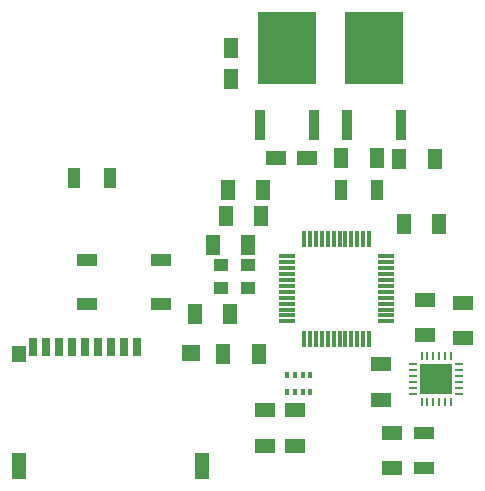
<source format=gtp>
G04*
G04 #@! TF.GenerationSoftware,Altium Limited,Altium Designer,22.8.2 (66)*
G04*
G04 Layer_Color=8421504*
%FSLAX44Y44*%
%MOMM*%
G71*
G04*
G04 #@! TF.SameCoordinates,050CC896-B192-49FC-821C-D45D8B1C7AEE*
G04*
G04*
G04 #@! TF.FilePolarity,Positive*
G04*
G01*
G75*
%ADD15R,0.9500X2.6000*%
%ADD16R,4.9000X6.2000*%
%ADD17R,1.3000X1.1000*%
%ADD18R,1.1500X1.8000*%
%ADD19R,2.7000X2.6000*%
%ADD20R,0.2500X0.8000*%
%ADD21R,0.8000X0.2500*%
%ADD22R,1.8000X1.1500*%
%ADD23R,1.2300X1.8000*%
%ADD24R,1.8000X1.1000*%
%ADD25R,0.7000X1.6000*%
%ADD26R,1.2000X1.4000*%
%ADD27R,1.2000X2.2000*%
%ADD28R,1.6000X1.4000*%
%ADD29R,0.3500X0.5000*%
%ADD30R,1.8000X1.0000*%
%ADD31R,1.0000X1.8000*%
%ADD32R,1.4500X0.3000*%
%ADD33R,0.3000X1.4500*%
%ADD34R,1.8000X1.2300*%
D15*
X786200Y796500D02*
D03*
X831800D02*
D03*
X712200Y797000D02*
D03*
X757800D02*
D03*
D16*
X809000Y861500D02*
D03*
X735000Y862000D02*
D03*
D17*
X679142Y678011D02*
D03*
X702033Y678174D02*
D03*
X679187Y659103D02*
D03*
X702188D02*
D03*
D18*
X834000Y713000D02*
D03*
X864000D02*
D03*
X713000Y720000D02*
D03*
X683000D02*
D03*
X702000Y695000D02*
D03*
X672000D02*
D03*
X711000Y603000D02*
D03*
X681000D02*
D03*
X715000Y742000D02*
D03*
X685000D02*
D03*
X687000Y637000D02*
D03*
X657000D02*
D03*
X830000Y768000D02*
D03*
X860000D02*
D03*
X811000Y769000D02*
D03*
X781000D02*
D03*
D19*
X861500Y581500D02*
D03*
D20*
X874000Y562000D02*
D03*
X869000D02*
D03*
X864000D02*
D03*
X859000D02*
D03*
X854000D02*
D03*
X849000D02*
D03*
Y601000D02*
D03*
X854000D02*
D03*
X859000D02*
D03*
X864000D02*
D03*
X869000D02*
D03*
X874000D02*
D03*
D21*
X842000Y569000D02*
D03*
Y574000D02*
D03*
Y579000D02*
D03*
Y584000D02*
D03*
Y589000D02*
D03*
Y594000D02*
D03*
X881000D02*
D03*
Y589000D02*
D03*
Y584000D02*
D03*
Y579000D02*
D03*
Y574000D02*
D03*
Y569000D02*
D03*
D22*
X815000Y594000D02*
D03*
Y564000D02*
D03*
X824000Y536000D02*
D03*
Y506000D02*
D03*
X884000Y616000D02*
D03*
Y646000D02*
D03*
X851730Y648730D02*
D03*
Y618730D02*
D03*
X742000Y555000D02*
D03*
Y525000D02*
D03*
X716000Y555000D02*
D03*
Y525000D02*
D03*
D23*
X688001Y861999D02*
D03*
D03*
Y835799D02*
D03*
D24*
X566000Y645000D02*
D03*
X628000D02*
D03*
Y682000D02*
D03*
X566000D02*
D03*
D25*
X607840Y608753D02*
D03*
X596840D02*
D03*
X585840D02*
D03*
X574840D02*
D03*
X563840D02*
D03*
X552840D02*
D03*
X541840D02*
D03*
X530840D02*
D03*
X519840D02*
D03*
D26*
X507840Y602752D02*
D03*
D27*
Y507752D02*
D03*
X662840Y507752D02*
D03*
D28*
X653840Y603753D02*
D03*
D29*
X735250Y570750D02*
D03*
X741750Y585250D02*
D03*
X754750Y570750D02*
D03*
X748250D02*
D03*
X741750D02*
D03*
X754750Y585250D02*
D03*
X748250D02*
D03*
X735250D02*
D03*
D30*
X851000Y536000D02*
D03*
Y506000D02*
D03*
D31*
X585000Y752000D02*
D03*
X555000D02*
D03*
X781000Y742000D02*
D03*
X811000D02*
D03*
D32*
X734750Y660500D02*
D03*
Y685500D02*
D03*
Y680500D02*
D03*
Y675500D02*
D03*
Y670500D02*
D03*
Y665500D02*
D03*
Y655500D02*
D03*
Y650500D02*
D03*
Y645500D02*
D03*
Y640500D02*
D03*
Y635500D02*
D03*
Y630500D02*
D03*
X819250D02*
D03*
Y635500D02*
D03*
Y640500D02*
D03*
Y645500D02*
D03*
Y650500D02*
D03*
Y655500D02*
D03*
Y660500D02*
D03*
Y665500D02*
D03*
Y675500D02*
D03*
Y680500D02*
D03*
Y685500D02*
D03*
Y670500D02*
D03*
D33*
X749500Y615750D02*
D03*
X754500D02*
D03*
X759500D02*
D03*
X764500D02*
D03*
X769500D02*
D03*
X774500D02*
D03*
X779500D02*
D03*
X784500D02*
D03*
X789500D02*
D03*
X794500D02*
D03*
X799500D02*
D03*
X804500D02*
D03*
Y700250D02*
D03*
X799500D02*
D03*
X794500D02*
D03*
X789500D02*
D03*
X784500D02*
D03*
X779500D02*
D03*
X774500D02*
D03*
X769500D02*
D03*
X764500D02*
D03*
X759500D02*
D03*
X749500D02*
D03*
X754500D02*
D03*
D34*
X752000Y769000D02*
D03*
D03*
X725800D02*
D03*
M02*

</source>
